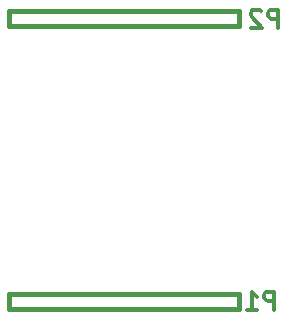
<source format=gbo>
G04 (created by PCBNEW-RS274X (2011-aug-04)-testing) date Tue 12 Feb 2013 10:47:46 AM PST*
G01*
G70*
G90*
%MOIN*%
G04 Gerber Fmt 3.4, Leading zero omitted, Abs format*
%FSLAX34Y34*%
G04 APERTURE LIST*
%ADD10C,0.006000*%
%ADD11C,0.015000*%
%ADD12C,0.012000*%
G04 APERTURE END LIST*
G54D10*
G54D11*
X22449Y-21625D02*
X22449Y-21825D01*
X22449Y-21825D02*
X30049Y-21825D01*
X30049Y-21825D02*
X30099Y-21825D01*
X30099Y-21825D02*
X30099Y-21325D01*
X30099Y-21325D02*
X22449Y-21325D01*
X22449Y-21325D02*
X22449Y-21575D01*
X22449Y-21575D02*
X22449Y-21725D01*
X22449Y-31074D02*
X22449Y-31274D01*
X22449Y-31274D02*
X30049Y-31274D01*
X30049Y-31274D02*
X30099Y-31274D01*
X30099Y-31274D02*
X30099Y-30774D01*
X30099Y-30774D02*
X22449Y-30774D01*
X22449Y-30774D02*
X22449Y-31024D01*
X22449Y-31024D02*
X22449Y-31174D01*
G54D12*
X31417Y-21893D02*
X31417Y-21293D01*
X31189Y-21293D01*
X31131Y-21321D01*
X31103Y-21350D01*
X31074Y-21407D01*
X31074Y-21493D01*
X31103Y-21550D01*
X31131Y-21579D01*
X31189Y-21607D01*
X31417Y-21607D01*
X30846Y-21350D02*
X30817Y-21321D01*
X30760Y-21293D01*
X30617Y-21293D01*
X30560Y-21321D01*
X30531Y-21350D01*
X30503Y-21407D01*
X30503Y-21464D01*
X30531Y-21550D01*
X30874Y-21893D01*
X30503Y-21893D01*
X31292Y-31293D02*
X31292Y-30693D01*
X31064Y-30693D01*
X31006Y-30721D01*
X30978Y-30750D01*
X30949Y-30807D01*
X30949Y-30893D01*
X30978Y-30950D01*
X31006Y-30979D01*
X31064Y-31007D01*
X31292Y-31007D01*
X30378Y-31293D02*
X30721Y-31293D01*
X30549Y-31293D02*
X30549Y-30693D01*
X30606Y-30779D01*
X30664Y-30836D01*
X30721Y-30864D01*
M02*

</source>
